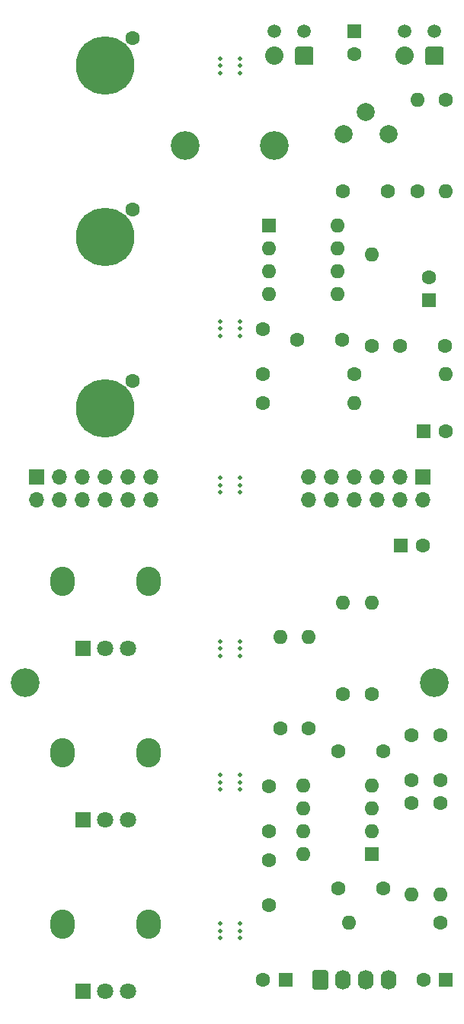
<source format=gbs>
%TF.GenerationSoftware,KiCad,Pcbnew,(5.1.8-0-10_14)*%
%TF.CreationDate,2021-07-08T18:43:47+01:00*%
%TF.ProjectId,4u-music-thing-spring-reverb,34752d6d-7573-4696-932d-7468696e672d,rev?*%
%TF.SameCoordinates,Original*%
%TF.FileFunction,Soldermask,Bot*%
%TF.FilePolarity,Negative*%
%FSLAX46Y46*%
G04 Gerber Fmt 4.6, Leading zero omitted, Abs format (unit mm)*
G04 Created by KiCad (PCBNEW (5.1.8-0-10_14)) date 2021-07-08 18:43:47*
%MOMM*%
%LPD*%
G01*
G04 APERTURE LIST*
%ADD10C,0.500000*%
%ADD11C,3.200000*%
%ADD12C,1.600000*%
%ADD13O,2.720000X3.240000*%
%ADD14C,1.800000*%
%ADD15R,1.800000X1.800000*%
%ADD16O,1.700000X1.700000*%
%ADD17R,1.700000X1.700000*%
%ADD18O,1.600000X1.600000*%
%ADD19R,1.600000X1.600000*%
%ADD20C,2.000000*%
%ADD21C,1.500000*%
%ADD22C,2.032000*%
%ADD23O,1.740000X2.190000*%
%ADD24C,6.500000*%
G04 APERTURE END LIST*
D10*
%TO.C,mouse-bite-2.54mm-slot*%
X126957000Y-123279000D03*
X126957000Y-124879000D03*
X124757000Y-124879000D03*
X124757000Y-123279000D03*
X126957000Y-124079000D03*
X124757000Y-124079000D03*
%TD*%
%TO.C,mouse-bite-2.54mm-slot*%
X126957000Y-90259000D03*
X126957000Y-91859000D03*
X124757000Y-91859000D03*
X124757000Y-90259000D03*
X126957000Y-91059000D03*
X124757000Y-91059000D03*
%TD*%
%TO.C,mouse-bite-2.54mm-slot*%
X126957000Y-43650000D03*
X126957000Y-45250000D03*
X124757000Y-45250000D03*
X124757000Y-43650000D03*
X126957000Y-44450000D03*
X124757000Y-44450000D03*
%TD*%
%TO.C,mouse-bite-2.54mm-slot*%
X126957000Y-72860000D03*
X126957000Y-74460000D03*
X124757000Y-74460000D03*
X124757000Y-72860000D03*
X126957000Y-73660000D03*
X124757000Y-73660000D03*
%TD*%
%TO.C,mouse-bite-2.54mm-slot*%
X126957000Y-108420000D03*
X126957000Y-110020000D03*
X124757000Y-110020000D03*
X124757000Y-108420000D03*
X126957000Y-109220000D03*
X124757000Y-109220000D03*
%TD*%
%TO.C,mouse-bite-2.54mm-slot*%
X126957000Y-139789000D03*
X126957000Y-141389000D03*
X124757000Y-141389000D03*
X124757000Y-139789000D03*
X126957000Y-140589000D03*
X124757000Y-140589000D03*
%TD*%
D11*
%TO.C,REF\u002A\u002A*%
X120904000Y-53340000D03*
%TD*%
%TO.C,REF\u002A\u002A*%
X130810000Y-53340000D03*
%TD*%
%TO.C,REF\u002A\u002A*%
X148590000Y-113030000D03*
%TD*%
%TO.C,REF\u002A\u002A*%
X103124000Y-113030000D03*
%TD*%
D12*
%TO.C,C16*%
X129540000Y-78740000D03*
X129540000Y-73740000D03*
%TD*%
%TO.C,C15*%
X133350000Y-74930000D03*
X138350000Y-74930000D03*
%TD*%
%TO.C,C14*%
X143430000Y-58420000D03*
X138430000Y-58420000D03*
%TD*%
%TO.C,C13*%
X142875000Y-120650000D03*
X137875000Y-120650000D03*
%TD*%
%TO.C,C12*%
X130175000Y-137715000D03*
X130175000Y-132715000D03*
%TD*%
%TO.C,C8*%
X130175000Y-124540000D03*
X130175000Y-129540000D03*
%TD*%
%TO.C,C7*%
X149225000Y-123825000D03*
X149225000Y-118825000D03*
%TD*%
%TO.C,C6*%
X146050000Y-123825000D03*
X146050000Y-118825000D03*
%TD*%
%TO.C,C5*%
X137875000Y-135890000D03*
X142875000Y-135890000D03*
%TD*%
%TO.C,C4*%
X149780000Y-75565000D03*
X144780000Y-75565000D03*
%TD*%
D13*
%TO.C,RV3*%
X107214000Y-101720000D03*
X116814000Y-101720000D03*
D14*
X114514000Y-109220000D03*
X112014000Y-109220000D03*
D15*
X109514000Y-109220000D03*
%TD*%
D16*
%TO.C,J8*%
X134620000Y-92710000D03*
X134620000Y-90170000D03*
X137160000Y-92710000D03*
X137160000Y-90170000D03*
X139700000Y-92710000D03*
X139700000Y-90170000D03*
X142240000Y-92710000D03*
X142240000Y-90170000D03*
X144780000Y-92710000D03*
X144780000Y-90170000D03*
X147320000Y-92710000D03*
D17*
X147320000Y-90170000D03*
%TD*%
D16*
%TO.C,J7*%
X117094000Y-92710000D03*
X117094000Y-90170000D03*
X114554000Y-92710000D03*
X114554000Y-90170000D03*
X112014000Y-92710000D03*
X112014000Y-90170000D03*
X109474000Y-92710000D03*
X109474000Y-90170000D03*
X106934000Y-92710000D03*
X106934000Y-90170000D03*
X104394000Y-92710000D03*
D17*
X104394000Y-90170000D03*
%TD*%
D18*
%TO.C,U2*%
X133985000Y-132080000D03*
X141605000Y-124460000D03*
X133985000Y-129540000D03*
X141605000Y-127000000D03*
X133985000Y-127000000D03*
X141605000Y-129540000D03*
X133985000Y-124460000D03*
D19*
X141605000Y-132080000D03*
%TD*%
D18*
%TO.C,U1*%
X137795000Y-62230000D03*
X130175000Y-69850000D03*
X137795000Y-64770000D03*
X130175000Y-67310000D03*
X137795000Y-67310000D03*
X130175000Y-64770000D03*
X137795000Y-69850000D03*
D19*
X130175000Y-62230000D03*
%TD*%
D13*
%TO.C,RV2*%
X107214000Y-139820000D03*
X116814000Y-139820000D03*
D14*
X114514000Y-147320000D03*
X112014000Y-147320000D03*
D15*
X109514000Y-147320000D03*
%TD*%
D13*
%TO.C,RV1*%
X107214000Y-120770000D03*
X116814000Y-120770000D03*
D14*
X114514000Y-128270000D03*
X112014000Y-128270000D03*
D15*
X109514000Y-128270000D03*
%TD*%
D18*
%TO.C,R13*%
X141605000Y-65405000D03*
D12*
X141605000Y-75565000D03*
%TD*%
D18*
%TO.C,R12*%
X139700000Y-81915000D03*
D12*
X129540000Y-81915000D03*
%TD*%
D18*
%TO.C,R11*%
X134620000Y-107950000D03*
D12*
X134620000Y-118110000D03*
%TD*%
D18*
%TO.C,R10*%
X131445000Y-107950000D03*
D12*
X131445000Y-118110000D03*
%TD*%
D18*
%TO.C,R9*%
X149225000Y-136525000D03*
D12*
X149225000Y-126365000D03*
%TD*%
D18*
%TO.C,R8*%
X146050000Y-136525000D03*
D12*
X146050000Y-126365000D03*
%TD*%
D18*
%TO.C,R7*%
X139065000Y-139700000D03*
D12*
X149225000Y-139700000D03*
%TD*%
D18*
%TO.C,R6*%
X149860000Y-78740000D03*
D12*
X139700000Y-78740000D03*
%TD*%
D18*
%TO.C,R5*%
X138430000Y-104140000D03*
D12*
X138430000Y-114300000D03*
%TD*%
D18*
%TO.C,R4*%
X146685000Y-48260000D03*
D12*
X146685000Y-58420000D03*
%TD*%
D18*
%TO.C,R3*%
X141605000Y-104140000D03*
D12*
X141605000Y-114300000D03*
%TD*%
D20*
%TO.C,R2*%
X140970000Y-49570000D03*
X138470000Y-52070000D03*
X143470000Y-52070000D03*
%TD*%
D18*
%TO.C,R1*%
X149860000Y-58420000D03*
D12*
X149860000Y-48260000D03*
%TD*%
D21*
%TO.C,TANK_SEND*%
X134112000Y-40640000D03*
G36*
G01*
X135128000Y-42608000D02*
X135128000Y-44132000D01*
G75*
G02*
X134874000Y-44386000I-254000J0D01*
G01*
X133350000Y-44386000D01*
G75*
G02*
X133096000Y-44132000I0J254000D01*
G01*
X133096000Y-42608000D01*
G75*
G02*
X133350000Y-42354000I254000J0D01*
G01*
X134874000Y-42354000D01*
G75*
G02*
X135128000Y-42608000I0J-254000D01*
G01*
G37*
X130810000Y-40640000D03*
D22*
X130810000Y-43370000D03*
%TD*%
D23*
%TO.C,J5*%
X143510000Y-146050000D03*
X140970000Y-146050000D03*
X138430000Y-146050000D03*
G36*
G01*
X135020000Y-146895001D02*
X135020000Y-145204999D01*
G75*
G02*
X135269999Y-144955000I249999J0D01*
G01*
X136510001Y-144955000D01*
G75*
G02*
X136760000Y-145204999I0J-249999D01*
G01*
X136760000Y-146895001D01*
G75*
G02*
X136510001Y-147145000I-249999J0D01*
G01*
X135269999Y-147145000D01*
G75*
G02*
X135020000Y-146895001I0J249999D01*
G01*
G37*
%TD*%
D12*
%TO.C,J4*%
X115062000Y-41402000D03*
D24*
X112014000Y-44450000D03*
%TD*%
D21*
%TO.C,TANK_RETURN*%
X148590000Y-40640000D03*
G36*
G01*
X149606000Y-42608000D02*
X149606000Y-44132000D01*
G75*
G02*
X149352000Y-44386000I-254000J0D01*
G01*
X147828000Y-44386000D01*
G75*
G02*
X147574000Y-44132000I0J254000D01*
G01*
X147574000Y-42608000D01*
G75*
G02*
X147828000Y-42354000I254000J0D01*
G01*
X149352000Y-42354000D01*
G75*
G02*
X149606000Y-42608000I0J-254000D01*
G01*
G37*
X145288000Y-40640000D03*
D22*
X145288000Y-43370000D03*
%TD*%
D12*
%TO.C,J2*%
X115062000Y-79502000D03*
D24*
X112014000Y-82550000D03*
%TD*%
D12*
%TO.C,J1*%
X115062000Y-60452000D03*
D24*
X112014000Y-63500000D03*
%TD*%
D12*
%TO.C,C11*%
X139700000Y-43140000D03*
D19*
X139700000Y-40640000D03*
%TD*%
D12*
%TO.C,C10*%
X147360000Y-146050000D03*
D19*
X149860000Y-146050000D03*
%TD*%
D12*
%TO.C,C9*%
X129540000Y-146050000D03*
D19*
X132040000Y-146050000D03*
%TD*%
D12*
%TO.C,C3*%
X147955000Y-67985000D03*
D19*
X147955000Y-70485000D03*
%TD*%
D12*
%TO.C,C2*%
X147320000Y-97790000D03*
D19*
X144820000Y-97790000D03*
%TD*%
D12*
%TO.C,C1*%
X149860000Y-85090000D03*
D19*
X147360000Y-85090000D03*
%TD*%
M02*

</source>
